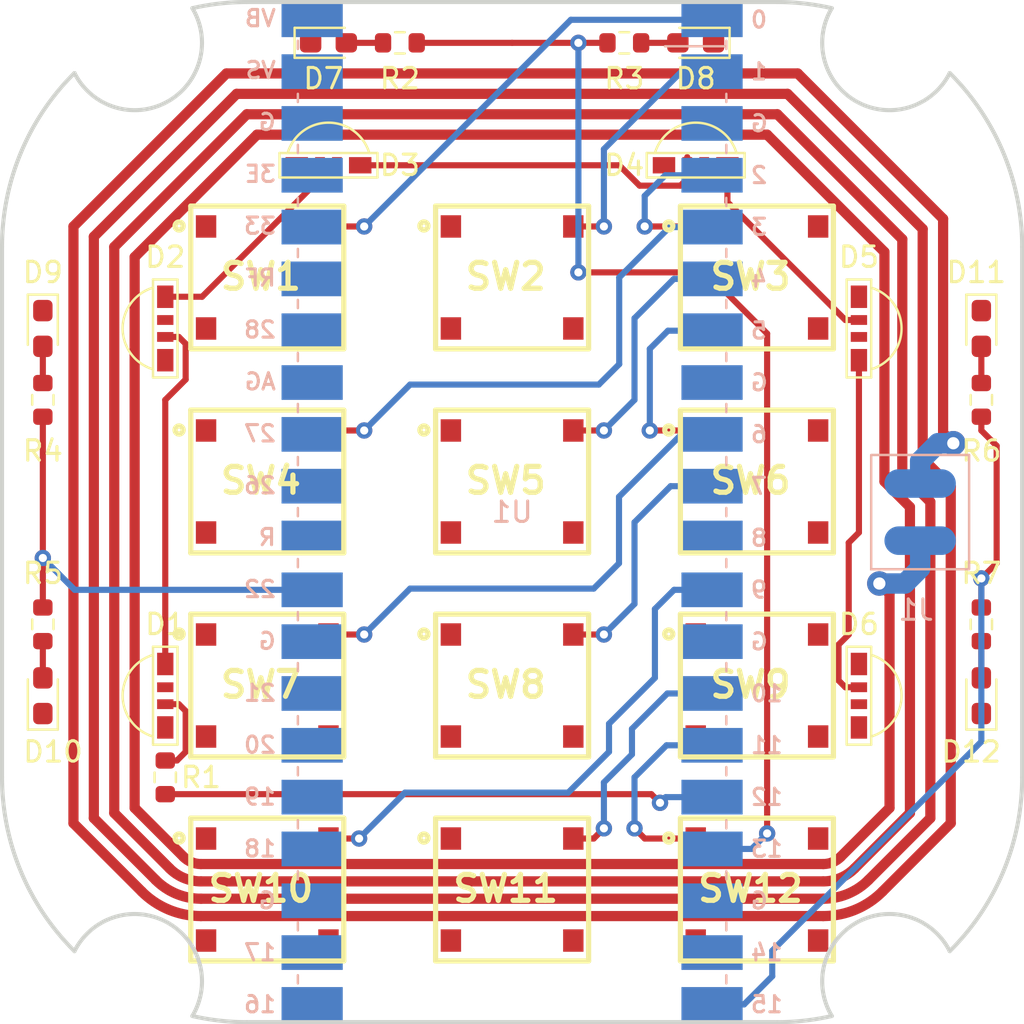
<source format=kicad_pcb>
(kicad_pcb (version 20221018) (generator pcbnew)
  (title_block (title "Teeny Controller for IIDX"))
  (layers (0 "F.Cu" signal) (31 "B.Cu" signal) (34 "B.Paste" user) (35 "F.Paste" user) (36 "B.SilkS" user "B.Silkscreen") (37 "F.SilkS" user "F.Silkscreen") (38 "B.Mask" user) (39 "F.Mask" user) (44 "Edge.Cuts" user))
  (net 0 "")
  (net 1 "+5V")
  (net 2 "GND")
  (net 3 "+3V3")
  (net 4 "Net-(D7-A)")
  (net 5 "Net-(D1-In)")
  (net 6 "Net-(D1-Out)")
  (net 7 "Net-(D8-A)")
  (net 8 "Net-(D9-A)")
  (net 9 "Net-(D2-Out)")
  (net 10 "Net-(D10-A)")
  (net 11 "Net-(D11-A)")
  (net 12 "Net-(D3-Out)")
  (net 13 "Net-(D12-A)")
  (net 14 "Net-(D4-Out)")
  (net 15 "Net-(U1-GPIO12)")
  (net 16 "Net-(D5-Out)")
  (net 17 "Net-(U1-GPIO22)")
  (net 19 "Net-(U1-GPIO15)")
  (net 23 "Net-(U1-GPIO13)")
  (net 24 "Net-(U1-GPIO0)")
  (net 29 "Net-(U1-GPIO1)")
  (net 30 "Net-(U1-GPIO2)")
  (net 41 "Net-(U1-GPIO3)")
  (net 42 "Net-(U1-GPIO4)")
  (net 44 "Net-(U1-GPIO5)")
  (net 47 "Net-(U1-GPIO6)")
  (net 48 "Net-(U1-GPIO7)")
  (net 49 "Net-(U1-GPIO8)")
  (net 52 "Net-(U1-GPIO9)")
  (net 53 "Net-(U1-GPIO10)")
  (net 54 "Net-(U1-GPIO11)")
  (net 71 "/ANT")
  (footprint "aic_pico:SKRR" (layer "F.Cu") (at 147.32 131.9)
    (fp_text reference "SW12" (at -0.315 -0.046) (layer "F.SilkS") (effects (font (size 1.27 1.27) (thickness 0.254))))
    (fp_text value "SKRR_4pin" hide)
    (pad "1" smd rect (at -3 -2.5) (size 1 1.1) (layers "F.Cu" "F.Paste" "F.Mask") (net 54 "Net-(U1-GPIO11)"))
    (pad "2" smd rect (at -3 2.5) (size 1 1.1) (layers "F.Cu" "F.Paste" "F.Mask") (net 2 "GND"))
    (pad "3" smd rect (at 3 -2.5) (size 1 1.1) (layers "F.Cu" "F.Paste" "F.Mask"))
    (pad "4" smd rect (at 3 2.5) (size 1 1.1) (layers "F.Cu" "F.Paste" "F.Mask"))
  )
  (footprint "aic_pico:WS2812B-1204" (layer "F.Cu") (at 144.32 96.4 180)
    (fp_text reference "D4" (at 3.5 0) (layer "F.SilkS"))
    (fp_text value "WS2812B_Unified" hide)
    (pad "G" smd rect (at 1.555 0 180) (size 1.1 0.8) (layers "F.Cu" "F.Paste" "F.Mask") (net 2 "GND"))
    (pad "I" smd rect (at 0.415 0 180) (size 0.48 0.8) (layers "F.Cu" "F.Paste" "F.Mask") (net 12 "Net-(D3-Out)"))
    (pad "O" smd rect (at -1.555 0 180) (size 1.1 0.8) (layers "F.Cu" "F.Paste" "F.Mask") (net 14 "Net-(D4-Out)"))
    (pad "V" smd rect (at -0.415 0 180) (size 0.48 0.8) (layers "F.Cu" "F.Paste" "F.Mask") (net 1 "+5V"))
  )
  (footprint "aic_pico:SKRR" (layer "F.Cu") (at 123.32 101.9)
    (fp_text reference "SW1" (at -0.315 -0.046) (layer "F.SilkS") (effects (font (size 1.27 1.27) (thickness 0.254))))
    (fp_text value "SKRR_4pin" hide)
    (pad "1" smd rect (at -3 -2.5) (size 1 1.1) (layers "F.Cu" "F.Paste" "F.Mask"))
    (pad "2" smd rect (at -3 2.5) (size 1 1.1) (layers "F.Cu" "F.Paste" "F.Mask"))
    (pad "3" smd rect (at 3 -2.5) (size 1 1.1) (layers "F.Cu" "F.Paste" "F.Mask") (net 24 "Net-(U1-GPIO0)"))
    (pad "4" smd rect (at 3 2.5) (size 1 1.1) (layers "F.Cu" "F.Paste" "F.Mask") (net 2 "GND"))
  )
  (footprint "aic_pico:SKRR" (layer "F.Cu") (at 135.32 101.9)
    (fp_text reference "SW2" (at -0.315 -0.046) (layer "F.SilkS") (effects (font (size 1.27 1.27) (thickness 0.254))))
    (fp_text value "SKRR_4pin" hide)
    (pad "1" smd rect (at -3 -2.5) (size 1 1.1) (layers "F.Cu" "F.Paste" "F.Mask"))
    (pad "2" smd rect (at -3 2.5) (size 1 1.1) (layers "F.Cu" "F.Paste" "F.Mask"))
    (pad "3" smd rect (at 3 -2.5) (size 1 1.1) (layers "F.Cu" "F.Paste" "F.Mask") (net 29 "Net-(U1-GPIO1)"))
    (pad "4" smd rect (at 3 2.5) (size 1 1.1) (layers "F.Cu" "F.Paste" "F.Mask") (net 2 "GND"))
  )
  (footprint "LED_SMD:LED_0603_1608Metric_Pad1.05x0.95mm_HandSolder" (layer "F.Cu") (at 126.32 90.4)
    (fp_text reference "D7" (at -0.25 1.75) (layer "F.SilkS"))
    (fp_text value "LED" hide)
    (pad "1" smd roundrect (at -0.875 0) (size 1.05 0.95) (layers "F.Cu" "F.Paste" "F.Mask") (net 2 "GND"))
    (pad "2" smd roundrect (at 0.875 0) (size 1.05 0.95) (layers "F.Cu" "F.Paste" "F.Mask") (net 4 "Net-(D7-A)"))
  )
  (footprint "aic_pico:WS2812B-1204" (layer "F.Cu") (at 152.32 104.4 90)
    (fp_text reference "D5" (at 3.5 0 180) (layer "F.SilkS"))
    (fp_text value "WS2812B_Unified" hide)
    (pad "G" smd rect (at 1.555 0 90) (size 1.1 0.8) (layers "F.Cu" "F.Paste" "F.Mask") (net 2 "GND"))
    (pad "I" smd rect (at 0.415 0 90) (size 0.48 0.8) (layers "F.Cu" "F.Paste" "F.Mask") (net 14 "Net-(D4-Out)"))
    (pad "O" smd rect (at -1.555 0 90) (size 1.1 0.8) (layers "F.Cu" "F.Paste" "F.Mask") (net 16 "Net-(D5-Out)"))
    (pad "V" smd rect (at -0.415 0 90) (size 0.48 0.8) (layers "F.Cu" "F.Paste" "F.Mask") (net 1 "+5V"))
  )
  (footprint "aic_pico:SKRR" (layer "F.Cu") (at 135.32 121.9)
    (fp_text reference "SW8" (at -0.315 -0.046) (layer "F.SilkS") (effects (font (size 1.27 1.27) (thickness 0.254))))
    (fp_text value "SKRR_4pin" hide)
    (pad "1" smd rect (at -3 -2.5) (size 1 1.1) (layers "F.Cu" "F.Paste" "F.Mask"))
    (pad "2" smd rect (at -3 2.5) (size 1 1.1) (layers "F.Cu" "F.Paste" "F.Mask"))
    (pad "3" smd rect (at 3 -2.5) (size 1 1.1) (layers "F.Cu" "F.Paste" "F.Mask") (net 48 "Net-(U1-GPIO7)"))
    (pad "4" smd rect (at 3 2.5) (size 1 1.1) (layers "F.Cu" "F.Paste" "F.Mask") (net 2 "GND"))
  )
  (footprint "aic_pico:WS2812B-1204" (layer "F.Cu") (at 126.32 96.4 180)
    (fp_text reference "D3" (at -3.5 0) (layer "F.SilkS"))
    (fp_text value "WS2812B_Unified" hide)
    (pad "G" smd rect (at 1.555 0 180) (size 1.1 0.8) (layers "F.Cu" "F.Paste" "F.Mask") (net 2 "GND"))
    (pad "I" smd rect (at 0.415 0 180) (size 0.48 0.8) (layers "F.Cu" "F.Paste" "F.Mask") (net 9 "Net-(D2-Out)"))
    (pad "O" smd rect (at -1.555 0 180) (size 1.1 0.8) (layers "F.Cu" "F.Paste" "F.Mask") (net 12 "Net-(D3-Out)"))
    (pad "V" smd rect (at -0.415 0 180) (size 0.48 0.8) (layers "F.Cu" "F.Paste" "F.Mask") (net 1 "+5V"))
  )
  (footprint "Resistor_SMD:R_0603_1608Metric" (layer "F.Cu") (at 140.82 90.4 180)
    (fp_text reference "R3" (at 0 -1.75) (layer "F.SilkS"))
    (fp_text value "1k" hide)
    (pad "1" smd roundrect (at -0.825 0 180) (size 0.8 0.95) (layers "F.Cu" "F.Paste" "F.Mask") (net 7 "Net-(D8-A)"))
    (pad "2" smd roundrect (at 0.825 0 180) (size 0.8 0.95) (layers "F.Cu" "F.Paste" "F.Mask") (net 23 "Net-(U1-GPIO13)"))
  )
  (footprint "aic_pico:SKRR" (layer "F.Cu") (at 147.32 121.9)
    (fp_text reference "SW9" (at -0.315 -0.046) (layer "F.SilkS") (effects (font (size 1.27 1.27) (thickness 0.254))))
    (fp_text value "SKRR_4pin" hide)
    (pad "1" smd rect (at -3 -2.5) (size 1 1.1) (layers "F.Cu" "F.Paste" "F.Mask") (net 49 "Net-(U1-GPIO8)"))
    (pad "2" smd rect (at -3 2.5) (size 1 1.1) (layers "F.Cu" "F.Paste" "F.Mask") (net 2 "GND"))
    (pad "3" smd rect (at 3 -2.5) (size 1 1.1) (layers "F.Cu" "F.Paste" "F.Mask"))
    (pad "4" smd rect (at 3 2.5) (size 1 1.1) (layers "F.Cu" "F.Paste" "F.Mask"))
  )
  (footprint "aic_pico:SKRR" (layer "F.Cu") (at 135.32 131.9)
    (fp_text reference "SW11" (at -0.315 -0.046) (layer "F.SilkS") (effects (font (size 1.27 1.27) (thickness 0.254))))
    (fp_text value "SKRR_4pin" hide)
    (pad "1" smd rect (at -3 -2.5) (size 1 1.1) (layers "F.Cu" "F.Paste" "F.Mask"))
    (pad "2" smd rect (at -3 2.5) (size 1 1.1) (layers "F.Cu" "F.Paste" "F.Mask"))
    (pad "3" smd rect (at 3 -2.5) (size 1 1.1) (layers "F.Cu" "F.Paste" "F.Mask") (net 53 "Net-(U1-GPIO10)"))
    (pad "4" smd rect (at 3 2.5) (size 1 1.1) (layers "F.Cu" "F.Paste" "F.Mask") (net 2 "GND"))
  )
  (footprint "Resistor_SMD:R_0603_1608Metric" (layer "F.Cu") (at 158.32 107.9 -90)
    (fp_text reference "R6" (at 2.5 0 -180) (layer "F.SilkS"))
    (fp_text value "1k" hide)
    (pad "1" smd roundrect (at -0.825 0 270) (size 0.8 0.95) (layers "F.Cu" "F.Paste" "F.Mask") (net 11 "Net-(D11-A)"))
    (pad "2" smd roundrect (at 0.825 0 270) (size 0.8 0.95) (layers "F.Cu" "F.Paste" "F.Mask") (net 19 "Net-(U1-GPIO15)"))
  )
  (footprint "aic_pico:SKRR" (layer "F.Cu") (at 123.32 121.9)
    (fp_text reference "SW7" (at -0.315 -0.046) (layer "F.SilkS") (effects (font (size 1.27 1.27) (thickness 0.254))))
    (fp_text value "SKRR_4pin" hide)
    (pad "1" smd rect (at -3 -2.5) (size 1 1.1) (layers "F.Cu" "F.Paste" "F.Mask"))
    (pad "2" smd rect (at -3 2.5) (size 1 1.1) (layers "F.Cu" "F.Paste" "F.Mask"))
    (pad "3" smd rect (at 3 -2.5) (size 1 1.1) (layers "F.Cu" "F.Paste" "F.Mask") (net 47 "Net-(U1-GPIO6)"))
    (pad "4" smd rect (at 3 2.5) (size 1 1.1) (layers "F.Cu" "F.Paste" "F.Mask") (net 2 "GND"))
  )
  (footprint "aic_pico:WS2812B-1204" (layer "F.Cu") (at 118.32 122.4 -90)
    (fp_text reference "D1" (at -3.5 0 -180) (layer "F.SilkS"))
    (fp_text value "WS2812B_Unified" hide)
    (pad "G" smd rect (at 1.555 0 270) (size 1.1 0.8) (layers "F.Cu" "F.Paste" "F.Mask") (net 2 "GND"))
    (pad "I" smd rect (at 0.415 0 270) (size 0.48 0.8) (layers "F.Cu" "F.Paste" "F.Mask") (net 5 "Net-(D1-In)"))
    (pad "O" smd rect (at -1.555 0 270) (size 1.1 0.8) (layers "F.Cu" "F.Paste" "F.Mask") (net 6 "Net-(D1-Out)"))
    (pad "V" smd rect (at -0.415 0 270) (size 0.48 0.8) (layers "F.Cu" "F.Paste" "F.Mask") (net 1 "+5V"))
  )
  (footprint "Resistor_SMD:R_0603_1608Metric" (layer "F.Cu") (at 112.32 107.9 -90)
    (fp_text reference "R4" (at 2.5 0 -180) (layer "F.SilkS"))
    (fp_text value "1k" hide)
    (pad "1" smd roundrect (at -0.825 0 270) (size 0.8 0.95) (layers "F.Cu" "F.Paste" "F.Mask") (net 8 "Net-(D9-A)"))
    (pad "2" smd roundrect (at 0.825 0 270) (size 0.8 0.95) (layers "F.Cu" "F.Paste" "F.Mask") (net 17 "Net-(U1-GPIO22)"))
  )
  (footprint "Resistor_SMD:R_0603_1608Metric" (layer "F.Cu") (at 158.32 118.9 90)
    (fp_text reference "R7" (at 2.5 0 180) (layer "F.SilkS"))
    (fp_text value "1k" hide)
    (pad "1" smd roundrect (at -0.825 0 90) (size 0.8 0.95) (layers "F.Cu" "F.Paste" "F.Mask") (net 13 "Net-(D12-A)"))
    (pad "2" smd roundrect (at 0.825 0 90) (size 0.8 0.95) (layers "F.Cu" "F.Paste" "F.Mask") (net 19 "Net-(U1-GPIO15)"))
  )
  (footprint "LED_SMD:LED_0603_1608Metric_Pad1.05x0.95mm_HandSolder" (layer "F.Cu") (at 158.32 122.4 90)
    (fp_text reference "D12" (at -2.75 -0.5 180) (layer "F.SilkS"))
    (fp_text value "LED" hide)
    (pad "1" smd roundrect (at -0.875 0 90) (size 1.05 0.95) (layers "F.Cu" "F.Paste" "F.Mask") (net 2 "GND"))
    (pad "2" smd roundrect (at 0.875 0 90) (size 1.05 0.95) (layers "F.Cu" "F.Paste" "F.Mask") (net 13 "Net-(D12-A)"))
  )
  (footprint "LED_SMD:LED_0603_1608Metric_Pad1.05x0.95mm_HandSolder" (layer "F.Cu") (at 158.32 104.4 -90)
    (fp_text reference "D11" (at -2.75 0.25 -180) (layer "F.SilkS"))
    (fp_text value "LED" hide)
    (pad "1" smd roundrect (at -0.875 0 270) (size 1.05 0.95) (layers "F.Cu" "F.Paste" "F.Mask") (net 2 "GND"))
    (pad "2" smd roundrect (at 0.875 0 270) (size 1.05 0.95) (layers "F.Cu" "F.Paste" "F.Mask") (net 11 "Net-(D11-A)"))
  )
  (footprint "aic_pico:SKRR" (layer "F.Cu") (at 123.32 131.9)
    (fp_text reference "SW10" (at -0.315 -0.046) (layer "F.SilkS") (effects (font (size 1.27 1.27) (thickness 0.254))))
    (fp_text value "SKRR_4pin" hide)
    (pad "1" smd rect (at -3 -2.5) (size 1 1.1) (layers "F.Cu" "F.Paste" "F.Mask"))
    (pad "2" smd rect (at -3 2.5) (size 1 1.1) (layers "F.Cu" "F.Paste" "F.Mask"))
    (pad "3" smd rect (at 3 -2.5) (size 1 1.1) (layers "F.Cu" "F.Paste" "F.Mask") (net 52 "Net-(U1-GPIO9)"))
    (pad "4" smd rect (at 3 2.5) (size 1 1.1) (layers "F.Cu" "F.Paste" "F.Mask") (net 2 "GND"))
  )
  (footprint "LED_SMD:LED_0603_1608Metric_Pad1.05x0.95mm_HandSolder" (layer "F.Cu") (at 144.32 90.4 180)
    (fp_text reference "D8" (at 0 -1.75) (layer "F.SilkS"))
    (fp_text value "LED" hide)
    (pad "1" smd roundrect (at -0.875 0 180) (size 1.05 0.95) (layers "F.Cu" "F.Paste" "F.Mask") (net 2 "GND"))
    (pad "2" smd roundrect (at 0.875 0 180) (size 1.05 0.95) (layers "F.Cu" "F.Paste" "F.Mask") (net 7 "Net-(D8-A)"))
  )
  (footprint "Resistor_SMD:R_0603_1608Metric" (layer "F.Cu") (at 118.32 126.4 -90)
    (fp_text reference "R1" (at 0 -1.75 -180) (layer "F.SilkS"))
    (fp_text value "10" hide)
    (pad "1" smd roundrect (at -0.825 0 270) (size 0.8 0.95) (layers "F.Cu" "F.Paste" "F.Mask") (net 5 "Net-(D1-In)"))
    (pad "2" smd roundrect (at 0.825 0 270) (size 0.8 0.95) (layers "F.Cu" "F.Paste" "F.Mask") (net 15 "Net-(U1-GPIO12)"))
  )
  (footprint "aic_pico:SKRR" (layer "F.Cu") (at 147.32 101.9)
    (fp_text reference "SW3" (at -0.315 -0.046) (layer "F.SilkS") (effects (font (size 1.27 1.27) (thickness 0.254))))
    (fp_text value "SKRR_4pin" hide)
    (pad "1" smd rect (at -3 -2.5) (size 1 1.1) (layers "F.Cu" "F.Paste" "F.Mask") (net 30 "Net-(U1-GPIO2)"))
    (pad "2" smd rect (at -3 2.5) (size 1 1.1) (layers "F.Cu" "F.Paste" "F.Mask") (net 2 "GND"))
    (pad "3" smd rect (at 3 -2.5) (size 1 1.1) (layers "F.Cu" "F.Paste" "F.Mask"))
    (pad "4" smd rect (at 3 2.5) (size 1 1.1) (layers "F.Cu" "F.Paste" "F.Mask"))
  )
  (footprint "Resistor_SMD:R_0603_1608Metric" (layer "F.Cu") (at 112.32 118.9 90)
    (fp_text reference "R5" (at 2.5 0 180) (layer "F.SilkS"))
    (fp_text value "1k" hide)
    (pad "1" smd roundrect (at -0.825 0 90) (size 0.8 0.95) (layers "F.Cu" "F.Paste" "F.Mask") (net 10 "Net-(D10-A)"))
    (pad "2" smd roundrect (at 0.825 0 90) (size 0.8 0.95) (layers "F.Cu" "F.Paste" "F.Mask") (net 17 "Net-(U1-GPIO22)"))
  )
  (footprint "aic_pico:SKRR" (layer "F.Cu") (at 135.32 111.9)
    (fp_text reference "SW5" (at -0.315 -0.046) (layer "F.SilkS") (effects (font (size 1.27 1.27) (thickness 0.254))))
    (fp_text value "SKRR_4pin" hide)
    (pad "1" smd rect (at -3 -2.5) (size 1 1.1) (layers "F.Cu" "F.Paste" "F.Mask"))
    (pad "2" smd rect (at -3 2.5) (size 1 1.1) (layers "F.Cu" "F.Paste" "F.Mask"))
    (pad "3" smd rect (at 3 -2.5) (size 1 1.1) (layers "F.Cu" "F.Paste" "F.Mask") (net 42 "Net-(U1-GPIO4)"))
    (pad "4" smd rect (at 3 2.5) (size 1 1.1) (layers "F.Cu" "F.Paste" "F.Mask") (net 2 "GND"))
  )
  (footprint "Resistor_SMD:R_0603_1608Metric" (layer "F.Cu") (at 129.82 90.4)
    (fp_text reference "R2" (at 0 1.75) (layer "F.SilkS"))
    (fp_text value "1k" hide)
    (pad "1" smd roundrect (at -0.825 0) (size 0.8 0.95) (layers "F.Cu" "F.Paste" "F.Mask") (net 4 "Net-(D7-A)"))
    (pad "2" smd roundrect (at 0.825 0) (size 0.8 0.95) (layers "F.Cu" "F.Paste" "F.Mask") (net 23 "Net-(U1-GPIO13)"))
  )
  (footprint "aic_pico:SKRR" (layer "F.Cu") (at 147.32 111.9)
    (fp_text reference "SW6" (at -0.315 -0.046) (layer "F.SilkS") (effects (font (size 1.27 1.27) (thickness 0.254))))
    (fp_text value "SKRR_4pin" hide)
    (pad "1" smd rect (at -3 -2.5) (size 1 1.1) (layers "F.Cu" "F.Paste" "F.Mask") (net 44 "Net-(U1-GPIO5)"))
    (pad "2" smd rect (at -3 2.5) (size 1 1.1) (layers "F.Cu" "F.Paste" "F.Mask") (net 2 "GND"))
    (pad "3" smd rect (at 3 -2.5) (size 1 1.1) (layers "F.Cu" "F.Paste" "F.Mask"))
    (pad "4" smd rect (at 3 2.5) (size 1 1.1) (layers "F.Cu" "F.Paste" "F.Mask"))
  )
  (footprint "LED_SMD:LED_0603_1608Metric_Pad1.05x0.95mm_HandSolder" (layer "F.Cu") (at 112.32 122.4 90)
    (fp_text reference "D10" (at -2.75 0.5 180) (layer "F.SilkS"))
    (fp_text value "LED" hide)
    (pad "1" smd roundrect (at -0.875 0 90) (size 1.05 0.95) (layers "F.Cu" "F.Paste" "F.Mask") (net 2 "GND"))
    (pad "2" smd roundrect (at 0.875 0 90) (size 1.05 0.95) (layers "F.Cu" "F.Paste" "F.Mask") (net 10 "Net-(D10-A)"))
  )
  (footprint "aic_pico:WS2812B-1204" (layer "F.Cu") (at 152.32 122.4 90)
    (fp_text reference "D6" (at 3.5 0 180) (layer "F.SilkS"))
    (fp_text value "WS2812B_Unified" hide)
    (pad "G" smd rect (at 1.555 0 90) (size 1.1 0.8) (layers "F.Cu" "F.Paste" "F.Mask") (net 2 "GND"))
    (pad "I" smd rect (at 0.415 0 90) (size 0.48 0.8) (layers "F.Cu" "F.Paste" "F.Mask") (net 16 "Net-(D5-Out)"))
    (pad "O" smd rect (at -1.555 0 90) (size 1.1 0.8) (layers "F.Cu" "F.Paste" "F.Mask"))
    (pad "V" smd rect (at -0.415 0 90) (size 0.48 0.8) (layers "F.Cu" "F.Paste" "F.Mask") (net 1 "+5V"))
  )
  (footprint "aic_pico:SKRR" (layer "F.Cu") (at 123.32 111.9)
    (fp_text reference "SW4" (at -0.315 -0.046) (layer "F.SilkS") (effects (font (size 1.27 1.27) (thickness 0.254))))
    (fp_text value "SKRR_4pin" hide)
    (pad "1" smd rect (at -3 -2.5) (size 1 1.1) (layers "F.Cu" "F.Paste" "F.Mask"))
    (pad "2" smd rect (at -3 2.5) (size 1 1.1) (layers "F.Cu" "F.Paste" "F.Mask"))
    (pad "3" smd rect (at 3 -2.5) (size 1 1.1) (layers "F.Cu" "F.Paste" "F.Mask") (net 41 "Net-(U1-GPIO3)"))
    (pad "4" smd rect (at 3 2.5) (size 1 1.1) (layers "F.Cu" "F.Paste" "F.Mask") (net 2 "GND"))
  )
  (footprint "LED_SMD:LED_0603_1608Metric_Pad1.05x0.95mm_HandSolder" (layer "F.Cu") (at 112.32 104.4 -90)
    (fp_text reference "D9" (at -2.75 0 -180) (layer "F.SilkS"))
    (fp_text value "LED" hide)
    (pad "1" smd roundrect (at -0.875 0 270) (size 1.05 0.95) (layers "F.Cu" "F.Paste" "F.Mask") (net 2 "GND"))
    (pad "2" smd roundrect (at 0.875 0 270) (size 1.05 0.95) (layers "F.Cu" "F.Paste" "F.Mask") (net 8 "Net-(D9-A)"))
  )
  (footprint "aic_pico:WS2812B-1204" (layer "F.Cu") (at 118.32 104.4 -90)
    (fp_text reference "D2" (at -3.5 0 -180) (layer "F.SilkS"))
    (fp_text value "WS2812B_Unified" hide)
    (pad "G" smd rect (at 1.555 0 270) (size 1.1 0.8) (layers "F.Cu" "F.Paste" "F.Mask") (net 2 "GND"))
    (pad "I" smd rect (at 0.415 0 270) (size 0.48 0.8) (layers "F.Cu" "F.Paste" "F.Mask") (net 6 "Net-(D1-Out)"))
    (pad "O" smd rect (at -1.555 0 270) (size 1.1 0.8) (layers "F.Cu" "F.Paste" "F.Mask") (net 9 "Net-(D2-Out)"))
    (pad "V" smd rect (at -0.415 0 270) (size 0.48 0.8) (layers "F.Cu" "F.Paste" "F.Mask") (net 1 "+5V"))
  )
  (footprint "aic_pico:RPi_Pico_SMD_No_USB" (layer "B.Cu") (at 135.32 113.4 180)
    (fp_text reference "U1" (at 0 0) (layer "B.SilkS") (effects (justify mirror)))
    (fp_text value "Pico_Trim")
    (fp_text user "16" (at 12.361905 -24.13) (layer "B.SilkS") (effects (font (size 0.8 0.8)) (justify mirror)))
    (fp_text user "8" (at -12.1 -1.27) (layer "B.SilkS") (effects (font (size 0.8 0.8)) (justify mirror)))
    (fp_text user "AG" (at 12.342857 6.394212) (layer "B.SilkS") (effects (font (size 0.8 0.8)) (justify mirror)))
    (fp_text user "G" (at -12.119047 -6.35) (layer "B.SilkS") (effects (font (size 0.8 0.8)) (justify mirror)))
    (fp_text user "9" (at -12.1 -3.81) (layer "B.SilkS") (effects (font (size 0.8 0.8)) (justify mirror)))
    (fp_text user "RF" (at 12.342857 11.48158) (layer "B.SilkS") (effects (font (size 0.8 0.8)) (justify mirror)))
    (fp_text user "15" (at -12.480952 -24.13) (layer "B.SilkS") (effects (font (size 0.8 0.8)) (justify mirror)))
    (fp_text user "27" (at 12.361905 3.850528) (layer "B.SilkS") (effects (font (size 0.8 0.8)) (justify mirror)))
    (fp_text user "20" (at 12.361905 -11.411576) (layer "B.SilkS") (effects (font (size 0.8 0.8)) (justify mirror)))
    (fp_text user "5" (at -12.1 8.89) (layer "B.SilkS") (effects (font (size 0.8 0.8)) (justify mirror)))
    (fp_text user "3E" (at 12.342857 16.568948) (layer "B.SilkS") (effects (font (size 0.8 0.8)) (justify mirror)))
    (fp_text user "10" (at -12.480952 -8.89) (layer "B.SilkS") (effects (font (size 0.8 0.8)) (justify mirror)))
    (fp_text user "28" (at 12.361905 8.937896) (layer "B.SilkS") (effects (font (size 0.8 0.8)) (justify mirror)))
    (fp_text user "21" (at 12.361905 -8.867892) (layer "B.SilkS") (effects (font (size 0.8 0.8)) (justify mirror)))
    (fp_text user "G" (at 12 -6.324208) (layer "B.SilkS") (effects (font (size 0.8 0.8)) (justify mirror)))
    (fp_text user "2" (at -12.1 16.51) (layer "B.SilkS") (effects (font (size 0.8 0.8)) (justify mirror)))
    (fp_text user "19" (at 12.361905 -13.95526) (layer "B.SilkS") (effects (font (size 0.8 0.8)) (justify mirror)))
    (fp_text user "3" (at -12.1 13.97) (layer "B.SilkS") (effects (font (size 0.8 0.8)) (justify mirror)))
    (fp_text user "6" (at -12.1 3.81) (layer "B.SilkS") (effects (font (size 0.8 0.8)) (justify mirror)))
    (fp_text user "22" (at 12.361905 -3.780524) (layer "B.SilkS") (effects (font (size 0.8 0.8)) (justify mirror)))
    (fp_text user "11" (at -12.480952 -11.43) (layer "B.SilkS") (effects (font (size 0.8 0.8)) (justify mirror)))
    (fp_text user "0" (at -12.1 24.13) (layer "B.SilkS") (effects (font (size 0.8 0.8)) (justify mirror)))
    (fp_text user "13" (at -12.480952 -16.51) (layer "B.SilkS") (effects (font (size 0.8 0.8)) (justify mirror)))
    (fp_text user "26" (at 12.361905 1.306844) (layer "B.SilkS") (effects (font (size 0.8 0.8)) (justify mirror)))
    (fp_text user "7" (at -12.1 1.27) (layer "B.SilkS") (effects (font (size 0.8 0.8)) (justify mirror)))
    (fp_text user "12" (at -12.480952 -13.97) (layer "B.SilkS") (effects (font (size 0.8 0.8)) (justify mirror)))
    (fp_text user "G" (at 12 19.112632) (layer "B.SilkS") (effects (font (size 0.8 0.8)) (justify mirror)))
    (fp_text user "VB" (at 12.342857 24.2) (layer "B.SilkS") (effects (font (size 0.8 0.8)) (justify mirror)))
    (fp_text user "G" (at -12.119047 -19.05) (layer "B.SilkS") (effects (font (size 0.8 0.8)) (justify mirror)))
    (fp_text user "G" (at -12.119047 19.05) (layer "B.SilkS") (effects (font (size 0.8 0.8)) (justify mirror)))
    (fp_text user "G" (at -12.119047 6.35) (layer "B.SilkS") (effects (font (size 0.8 0.8)) (justify mirror)))
    (fp_text user "G" (at 12 -19.042628) (layer "B.SilkS") (effects (font (size 0.8 0.8)) (justify mirror)))
    (fp_text user "14" (at -12.480952 -21.59) (layer "B.SilkS") (effects (font (size 0.8 0.8)) (justify mirror)))
    (fp_text user "4" (at -12.1 11.43) (layer "B.SilkS") (effects (font (size 0.8 0.8)) (justify mirror)))
    (fp_text user "1" (at -12.1 21.59) (layer "B.SilkS") (effects (font (size 0.8 0.8)) (justify mirror)))
    (fp_text user "VS" (at 12.323809 21.656316) (layer "B.SilkS") (effects (font (size 0.8 0.8)) (justify mirror)))
    (fp_text user "17" (at 12.361905 -21.586312) (layer "B.SilkS") (effects (font (size 0.8 0.8)) (justify mirror)))
    (fp_text user "R" (at 12 -1.23684) (layer "B.SilkS") (effects (font (size 0.8 0.8)) (justify mirror)))
    (fp_text user "33" (at 12.361905 14.025264) (layer "B.SilkS") (effects (font (size 0.8 0.8)) (justify mirror)))
    (fp_text user "18" (at 12.361905 -16.498944) (layer "B.SilkS") (effects (font (size 0.8 0.8)) (justify mirror)))
    (pad "1" smd rect (at -9.8 24.13 180) (size 3 1.7) (layers "B.Cu" "B.Mask") (net 24 "Net-(U1-GPIO0)"))
    (pad "2" smd rect (at -9.8 21.59 180) (size 3 1.7) (layers "B.Cu" "B.Mask") (net 29 "Net-(U1-GPIO1)"))
    (pad "3" smd rect (at -9.8 19.05 180) (size 3 1.7) (layers "B.Cu" "B.Mask") (net 2 "GND"))
    (pad "4" smd rect (at -9.8 16.51 180) (size 3 1.7) (layers "B.Cu" "B.Mask") (net 30 "Net-(U1-GPIO2)"))
    (pad "5" smd rect (at -9.8 13.97 180) (size 3 1.7) (layers "B.Cu" "B.Mask") (net 41 "Net-(U1-GPIO3)"))
    (pad "6" smd rect (at -9.8 11.43 180) (size 3 1.7) (layers "B.Cu" "B.Mask") (net 42 "Net-(U1-GPIO4)"))
    (pad "7" smd rect (at -9.8 8.89 180) (size 3 1.7) (layers "B.Cu" "B.Mask") (net 44 "Net-(U1-GPIO5)"))
    (pad "8" smd rect (at -9.8 6.35 180) (size 3 1.7) (layers "B.Cu" "B.Mask") (net 2 "GND"))
    (pad "9" smd rect (at -9.8 3.81 180) (size 3 1.7) (layers "B.Cu" "B.Mask") (net 47 "Net-(U1-GPIO6)"))
    (pad "10" smd rect (at -9.8 1.27 180) (size 3 1.7) (layers "B.Cu" "B.Mask") (net 48 "Net-(U1-GPIO7)"))
    (pad "11" smd rect (at -9.8 -1.27 180) (size 3 1.7) (layers "B.Cu" "B.Mask") (net 49 "Net-(U1-GPIO8)"))
    (pad "12" smd rect (at -9.8 -3.81 180) (size 3 1.7) (layers "B.Cu" "B.Mask") (net 52 "Net-(U1-GPIO9)"))
    (pad "13" smd rect (at -9.8 -6.35 180) (size 3 1.7) (layers "B.Cu" "B.Mask") (net 2 "GND"))
    (pad "14" smd rect (at -9.8 -8.89 180) (size 3 1.7) (layers "B.Cu" "B.Mask") (net 53 "Net-(U1-GPIO10)"))
    (pad "15" smd rect (at -9.8 -11.43 180) (size 3 1.7) (layers "B.Cu" "B.Mask") (net 54 "Net-(U1-GPIO11)"))
    (pad "16" smd rect (at -9.8 -13.97 180) (size 3 1.7) (layers "B.Cu" "B.Mask") (net 15 "Net-(U1-GPIO12)"))
    (pad "17" smd rect (at -9.8 -16.51 180) (size 3 1.7) (layers "B.Cu" "B.Mask") (net 23 "Net-(U1-GPIO13)"))
    (pad "18" smd rect (at -9.8 -19.05 180) (size 3 1.7) (layers "B.Cu" "B.Mask") (net 2 "GND"))
    (pad "19" smd rect (at -9.8 -21.59 180) (size 3 1.7) (layers "B.Cu" "B.Mask"))
    (pad "20" smd rect (at -9.8 -24.13 180) (size 3 1.7) (layers "B.Cu" "B.Mask") (net 19 "Net-(U1-GPIO15)"))
    (pad "21" smd rect (at 9.8 -24.13 180) (size 3 1.7) (layers "B.Cu" "B.Mask"))
    (pad "22" smd rect (at 9.8 -21.59 180) (size 3 1.7) (layers "B.Cu" "B.Mask"))
    (pad "23" smd rect (at 9.8 -19.05 180) (size 3 1.7) (layers "B.Cu" "B.Mask") (net 2 "GND"))
    (pad "24" smd rect (at 9.8 -16.51 180) (size 3 1.7) (layers "B.Cu" "B.Mask"))
    (pad "25" smd rect (at 9.8 -13.97 180) (size 3 1.7) (layers "B.Cu" "B.Mask"))
    (pad "26" smd rect (at 9.8 -11.43 180) (size 3 1.7) (layers "B.Cu" "B.Mask"))
    (pad "27" smd rect (at 9.8 -8.89 180) (size 3 1.7) (layers "B.Cu" "B.Mask"))
    (pad "28" smd rect (at 9.8 -6.35 180) (size 3 1.7) (layers "B.Cu" "B.Mask") (net 2 "GND"))
    (pad "29" smd rect (at 9.8 -3.81 180) (size 3 1.7) (layers "B.Cu" "B.Mask") (net 17 "Net-(U1-GPIO22)"))
    (pad "30" smd rect (at 9.8 -1.27 180) (size 3 1.7) (layers "B.Cu" "B.Mask"))
    (pad "31" smd rect (at 9.8 1.27 180) (size 3 1.7) (layers "B.Cu" "B.Mask"))
    (pad "32" smd rect (at 9.8 3.81 180) (size 3 1.7) (layers "B.Cu" "B.Mask"))
    (pad "33" smd rect (at 9.8 6.35 180) (size 3 1.7) (layers "B.Cu" "B.Mask") (net 2 "GND"))
    (pad "34" smd rect (at 9.8 8.89 180) (size 3 1.7) (layers "B.Cu" "B.Mask"))
    (pad "35" smd rect (at 9.8 11.43 180) (size 3 1.7) (layers "B.Cu" "B.Mask"))
    (pad "36" smd rect (at 9.8 13.97 180) (size 3 1.7) (layers "B.Cu" "B.Mask") (net 3 "+3V3"))
    (pad "37" smd rect (at 9.8 16.51 180) (size 3 1.7) (layers "B.Cu" "B.Mask"))
    (pad "38" smd rect (at 9.8 19.05 180) (size 3 1.7) (layers "B.Cu" "B.Mask") (net 2 "GND"))
    (pad "39" smd rect (at 9.8 21.59 180) (size 3 1.7) (layers "B.Cu" "B.Mask") (net 1 "+5V"))
    (pad "40" smd rect (at 9.8 24.13 180) (size 3 1.7) (layers "B.Cu" "B.Mask"))
  )
  (footprint "aic_pico:ANT_2P" (layer "B.Cu") (at 155.32 113.4)
    (fp_text reference "J1" (at -0.2 4.8) (layer "B.SilkS") (effects (justify mirror)))
    (fp_text value "Conn_01x02_Female" hide)
    (pad "1" smd oval (at 0 1.4) (size 3.5 1.4) (layers "B.Cu" "B.Paste" "B.Mask") (net 71 "/ANT"))
    (pad "2" smd oval (at 0 -1.4) (size 3.5 1.4) (layers "B.Cu" "B.Paste" "B.Mask") (net 71 "/ANT"))
  )
  (gr_line (start 148.32 138.399999) (end 122.32 138.399999) (stroke (width 0.2)) (layer "Edge.Cuts"))
  (gr_line (start 160.32 126.399999) (end 160.32 100.399999) (stroke (width 0.2)) (layer "Edge.Cuts"))
  (gr_arc (start 119.649044 88.701025) (mid 118.410332 93.29151) (end 113.870189 91.879395) (stroke (width 0.2)) (layer "Edge.Cuts"))
  (gr_arc (start 150.990956 138.098973) (mid 152.229668 133.508486) (end 156.769811 134.920603) (stroke (width 0.2)) (layer "Edge.Cuts"))
  (gr_arc (start 110.32 100.399999) (mid 111.243048 95.784684) (end 113.870189 91.879395) (stroke (width 0.2)) (layer "Edge.Cuts"))
  (gr_arc (start 113.870189 134.920603) (mid 111.243048 131.015314) (end 110.32 126.399999) (stroke (width 0.2)) (layer "Edge.Cuts"))
  (gr_arc (start 122.32 138.399999) (mid 120.976067 138.324505) (end 119.649044 138.098973) (stroke (width 0.2)) (layer "Edge.Cuts"))
  (gr_arc (start 156.769811 91.879395) (mid 159.396952 95.784684) (end 160.32 100.399999) (stroke (width 0.2)) (layer "Edge.Cuts"))
  (gr_arc (start 160.32 126.399999) (mid 159.396952 131.015314) (end 156.769811 134.920603) (stroke (width 0.2)) (layer "Edge.Cuts"))
  (gr_arc (start 156.769811 91.879395) (mid 152.229668 93.291511) (end 150.990956 88.701025) (stroke (width 0.2)) (layer "Edge.Cuts"))
  (gr_arc (start 150.990956 138.098973) (mid 149.663933 138.324505) (end 148.32 138.399999) (stroke (width 0.2)) (layer "Edge.Cuts"))
  (gr_arc (start 113.870189 134.920603) (mid 118.410332 133.508487) (end 119.649044 138.098973) (stroke (width 0.2)) (layer "Edge.Cuts"))
  (gr_line (start 148.32 88.399999) (end 122.32 88.399999) (stroke (width 0.2)) (layer "Edge.Cuts"))
  (gr_line (start 110.32 126.399999) (end 110.32 100.399999) (stroke (width 0.2)) (layer "Edge.Cuts"))
  (gr_arc (start 148.32 88.399999) (mid 149.663933 88.475493) (end 150.990956 88.701025) (stroke (width 0.2)) (layer "Edge.Cuts"))
  (gr_arc (start 119.649044 88.701025) (mid 120.976067 88.475493) (end 122.32 88.399999) (stroke (width 0.2)) (layer "Edge.Cuts"))
  (segment (start 128.995 90.4) (end 127.195 90.4) (width 0.3) (layer "F.Cu") (net 4))
  (segment (start 118.985 122.815) (end 119.32 123.15) (width 0.3) (layer "F.Cu") (net 5))
  (segment (start 118.895 125.575) (end 118.32 125.575) (width 0.3) (layer "F.Cu") (net 5))
  (segment (start 119.32 123.15) (end 119.32 125.15) (width 0.3) (layer "F.Cu") (net 5))
  (segment (start 119.32 125.15) (end 118.895 125.575) (width 0.3) (layer "F.Cu") (net 5))
  (segment (start 118.32 122.815) (end 118.985 122.815) (width 0.3) (layer "F.Cu") (net 5))
  (segment (start 118.32 120.845) (end 118.32 107.9) (width 0.3) (layer "F.Cu") (net 6))
  (segment (start 118.985 104.815) (end 119.32 105.15) (width 0.3) (layer "F.Cu") (net 6))
  (segment (start 119.32 106.9) (end 118.32 107.9) (width 0.3) (layer "F.Cu") (net 6))
  (segment (start 118.32 104.815) (end 118.985 104.815) (width 0.3) (layer "F.Cu") (net 6))
  (segment (start 119.32 105.15) (end 119.32 106.9) (width 0.3) (layer "F.Cu") (net 6))
  (segment (start 143.445 90.4) (end 141.645 90.4) (width 0.3) (layer "F.Cu") (net 7))
  (segment (start 112.32 105.275) (end 112.32 107.075) (width 0.3) (layer "F.Cu") (net 8))
  (segment (start 120.125 102.845) (end 125.905 97.065) (width 0.3) (layer "F.Cu") (net 9))
  (segment (start 118.32 102.845) (end 120.125 102.845) (width 0.3) (layer "F.Cu") (net 9))
  (segment (start 125.905 97.065) (end 125.905 96.4) (width 0.3) (layer "F.Cu") (net 9))
  (segment (start 112.32 119.725) (end 112.32 121.525) (width 0.3) (layer "F.Cu") (net 10))
  (segment (start 158.32 105.275) (end 158.32 107.075) (width 0.3) (layer "F.Cu") (net 11))
  (segment (start 143.905 97.065) (end 143.905 96.4) (width 0.3) (layer "F.Cu") (net 12))
  (segment (start 143.57 97.4) (end 143.905 97.065) (width 0.3) (layer "F.Cu") (net 12))
  (segment (start 141.57 97.4) (end 143.57 97.4) (width 0.3) (layer "F.Cu") (net 12))
  (segment (start 127.875 96.4) (end 140.57 96.4) (width 0.3) (layer "F.Cu") (net 12))
  (segment (start 140.57 96.4) (end 141.57 97.4) (width 0.3) (layer "F.Cu") (net 12))
  (segment (start 143.905 96) (end 143.905 96.4) (width 0.3) (layer "F.Cu") (net 12))
  (segment (start 158.32 119.725) (end 158.32 121.525) (width 0.3) (layer "F.Cu") (net 13))
  (segment (start 145.875 96.4) (end 145.875 98.205) (width 0.3) (layer "F.Cu") (net 14))
  (segment (start 151.655 103.985) (end 152.32 103.985) (width 0.3) (layer "F.Cu") (net 14))
  (segment (start 145.875 98.205) (end 151.655 103.985) (width 0.3) (layer "F.Cu") (net 14))
  (segment (start 142.145 127.225) (end 118.32 127.225) (width 0.3) (layer "F.Cu") (net 15))
  (segment (start 142.57 127.65) (end 142.145 127.225) (width 0.3) (layer "F.Cu") (net 15))
  (via (at 142.57 127.65) (size 0.8) (drill 0.4) (layers "F.Cu" "B.Cu") (net 15))
  (segment (start 142.57 127.65) (end 142.85 127.37) (width 0.3) (layer "B.Cu") (net 15))
  (segment (start 142.85 127.37) (end 145.12 127.37) (width 0.3) (layer "B.Cu") (net 15))
  (segment (start 151.82 119.4) (end 151.32 119.9) (width 0.3) (layer "F.Cu") (net 16))
  (segment (start 152.32 105.955) (end 152.32 114.4) (width 0.3) (layer "F.Cu") (net 16))
  (segment (start 151.655 121.985) (end 152.32 121.985) (width 0.3) (layer "F.Cu") (net 16))
  (segment (start 151.32 119.9) (end 151.32 121.65) (width 0.3) (layer "F.Cu") (net 16))
  (segment (start 152.32 114.4) (end 151.82 114.9) (width 0.3) (layer "F.Cu") (net 16))
  (segment (start 151.32 121.65) (end 151.655 121.985) (width 0.3) (layer "F.Cu") (net 16))
  (segment (start 151.82 114.9) (end 151.82 119.4) (width 0.3) (layer "F.Cu") (net 16))
  (segment (start 112.32 108.725) (end 112.32 115.65) (width 0.3) (layer "F.Cu") (net 17))
  (segment (start 112.32 115.65) (end 112.32 118.075) (width 0.3) (layer "F.Cu") (net 17))
  (via (at 112.32 115.65) (size 0.8) (drill 0.4) (layers "F.Cu" "B.Cu") (net 17))
  (segment (start 113.88 117.21) (end 112.32 115.65) (width 0.3) (layer "B.Cu") (net 17))
  (segment (start 125.52 117.21) (end 113.88 117.21) (width 0.3) (layer "B.Cu") (net 17))
  (segment (start 158.32 109.4) (end 158.32 108.725) (width 0.3) (layer "F.Cu") (net 19))
  (segment (start 159.07 110.15) (end 158.32 109.4) (width 0.3) (layer "F.Cu") (net 19))
  (segment (start 159.07 115.9) (end 159.07 110.15) (width 0.3) (layer "F.Cu") (net 19))
  (segment (start 158.32 116.65) (end 159.07 115.9) (width 0.3) (layer "F.Cu") (net 19))
  (segment (start 158.32 116.65) (end 158.32 118.075) (width 0.3) (layer "F.Cu") (net 19))
  (via (at 158.32 116.65) (size 0.8) (drill 0.4) (layers "F.Cu" "B.Cu") (net 19))
  (segment (start 145.12 137.53) (end 146.69 137.53) (width 0.3) (layer "B.Cu") (net 19))
  (segment (start 148.07 134.9) (end 158.32 124.65) (width 0.3) (layer "B.Cu") (net 19))
  (segment (start 148.07 136.15) (end 148.07 134.9) (width 0.3) (layer "B.Cu") (net 19))
  (segment (start 158.32 124.65) (end 158.32 116.65) (width 0.3) (layer "B.Cu") (net 19))
  (segment (start 146.69 137.53) (end 148.07 136.15) (width 0.3) (layer "B.Cu") (net 19))
  (segment (start 144.82 101.65) (end 138.57 101.65) (width 0.3) (layer "F.Cu") (net 23))
  (segment (start 147.82 104.65) (end 144.82 101.65) (width 0.3) (layer "F.Cu") (net 23))
  (segment (start 130.645 90.4) (end 135.32 90.4) (width 0.3) (layer "F.Cu") (net 23))
  (segment (start 138.57 90.4) (end 139.995 90.4) (width 0.3) (layer "F.Cu") (net 23))
  (segment (start 135.32 90.4) (end 138.57 90.4) (width 0.3) (layer "F.Cu") (net 23))
  (segment (start 147.82 129.15) (end 147.82 104.65) (width 0.3) (layer "F.Cu") (net 23))
  (via (at 147.82 129.15) (size 0.8) (drill 0.4) (layers "F.Cu" "B.Cu") (net 23))
  (via (at 138.57 101.65) (size 0.8) (drill 0.4) (layers "F.Cu" "B.Cu") (net 23))
  (via (at 138.57 90.4) (size 0.8) (drill 0.4) (layers "F.Cu" "B.Cu") (net 23))
  (segment (start 147.82 129.15) (end 147.06 129.91) (width 0.3) (layer "B.Cu") (net 23))
  (segment (start 147.06 129.91) (end 145.12 129.91) (width 0.3) (layer "B.Cu") (net 23))
  (segment (start 138.57 90.4) (end 138.57 101.65) (width 0.3) (layer "B.Cu") (net 23))
  (segment (start 128.07 99.4) (end 126.32 99.4) (width 0.3) (layer "F.Cu") (net 24))
  (via (at 128.07 99.4) (size 0.8) (drill 0.4) (layers "F.Cu" "B.Cu") (net 24))
  (segment (start 138.2 89.27) (end 128.07 99.4) (width 0.3) (layer "B.Cu") (net 24))
  (segment (start 145.12 89.27) (end 138.2 89.27) (width 0.3) (layer "B.Cu") (net 24))
  (segment (start 139.82 99.4) (end 138.32 99.4) (width 0.3) (layer "F.Cu") (net 29))
  (via (at 139.82 99.4) (size 0.8) (drill 0.4) (layers "F.Cu" "B.Cu") (net 29))
  (segment (start 145.12 91.81) (end 143.62 91.81) (width 0.3) (layer "B.Cu") (net 29))
  (segment (start 139.82 95.61) (end 139.82 99.4) (width 0.3) (layer "B.Cu") (net 29))
  (segment (start 143.62 91.81) (end 139.82 95.61) (width 0.3) (layer "B.Cu") (net 29))
  (segment (start 141.82 99.4) (end 144.32 99.4) (width 0.3) (layer "F.Cu") (net 30))
  (via (at 141.82 99.4) (size 0.8) (drill 0.4) (layers "F.Cu" "B.Cu") (net 30))
  (segment (start 141.82 97.9) (end 141.82 99.4) (width 0.3) (layer "B.Cu") (net 30))
  (segment (start 142.83 96.89) (end 141.82 97.9) (width 0.3) (layer "B.Cu") (net 30))
  (segment (start 145.12 96.89) (end 142.83 96.89) (width 0.3) (layer "B.Cu") (net 30))
  (segment (start 128.07 109.4) (end 126.32 109.4) (width 0.3) (layer "F.Cu") (net 41))
  (via (at 128.07 109.4) (size 0.8) (drill 0.4) (layers "F.Cu" "B.Cu") (net 41))
  (segment (start 145.12 99.43) (end 143.04 99.43) (width 0.3) (layer "B.Cu") (net 41))
  (segment (start 139.57 107.15) (end 130.32 107.15) (width 0.3) (layer "B.Cu") (net 41))
  (segment (start 140.57 106.15) (end 139.57 107.15) (width 0.3) (layer "B.Cu") (net 41))
  (segment (start 140.57 101.9) (end 140.57 106.15) (width 0.3) (layer "B.Cu") (net 41))
  (segment (start 143.04 99.43) (end 140.57 101.9) (width 0.3) (layer "B.Cu") (net 41))
  (segment (start 130.32 107.15) (end 128.07 109.4) (width 0.3) (layer "B.Cu") (net 41))
  (segment (start 139.82 109.4) (end 138.32 109.4) (width 0.3) (layer "F.Cu") (net 42))
  (via (at 139.82 109.4) (size 0.8) (drill 0.4) (layers "F.Cu" "B.Cu") (net 42))
  (segment (start 143.25 101.97) (end 141.32 103.9) (width 0.3) (layer "B.Cu") (net 42))
  (segment (start 145.12 101.97) (end 143.25 101.97) (width 0.3) (layer "B.Cu") (net 42))
  (segment (start 141.32 103.9) (end 141.32 107.9) (width 0.3) (layer "B.Cu") (net 42))
  (segment (start 141.32 107.9) (end 139.82 109.4) (width 0.3) (layer "B.Cu") (net 42))
  (segment (start 142.07 109.4) (end 144.32 109.4) (width 0.3) (layer "F.Cu") (net 44))
  (via (at 142.07 109.4) (size 0.8) (drill 0.4) (layers "F.Cu" "B.Cu") (net 44))
  (segment (start 142.96 104.51) (end 142.07 105.4) (width 0.3) (layer "B.Cu") (net 44))
  (segment (start 145.12 104.51) (end 142.96 104.51) (width 0.3) (layer "B.Cu") (net 44))
  (segment (start 142.07 105.4) (end 142.07 109.4) (width 0.3) (layer "B.Cu") (net 44))
  (segment (start 128.07 119.4) (end 126.32 119.4) (width 0.3) (layer "F.Cu") (net 47))
  (via (at 128.07 119.4) (size 0.8) (drill 0.4) (layers "F.Cu" "B.Cu") (net 47))
  (segment (start 145.12 109.59) (end 143.62 109.59) (width 0.3) (layer "B.Cu") (net 47))
  (segment (start 140.56 112.65) (end 140.56 115.91) (width 0.3) (layer "B.Cu") (net 47))
  (segment (start 139.32 117.15) (end 130.32 117.15) (width 0.3) (layer "B.Cu") (net 47))
  (segment (start 130.32 117.15) (end 128.07 119.4) (width 0.3) (layer "B.Cu") (net 47))
  (segment (start 143.62 109.59) (end 140.56 112.65) (width 0.3) (layer "B.Cu") (net 47))
  (segment (start 140.56 115.91) (end 139.32 117.15) (width 0.3) (layer "B.Cu") (net 47))
  (segment (start 139.82 119.4) (end 138.32 119.4) (width 0.3) (layer "F.Cu") (net 48))
  (via (at 139.82 119.4) (size 0.8) (drill 0.4) (layers "F.Cu" "B.Cu") (net 48))
  (segment (start 143.09 112.13) (end 141.32 113.9) (width 0.3) (layer "B.Cu") (net 48))
  (segment (start 141.32 117.9) (end 141.32 113.9) (width 0.3) (layer "B.Cu") (net 48))
  (segment (start 139.82 119.4) (end 141.32 117.9) (width 0.3) (layer "B.Cu") (net 48))
  (segment (start 145.12 112.13) (end 143.09 112.13) (width 0.3) (layer "B.Cu") (net 48))
  (segment (start 127.82 129.4) (end 126.32 129.4) (width 0.3) (layer "F.Cu") (net 52))
  (via (at 127.82 129.4) (size 0.8) (drill 0.4) (layers "F.Cu" "B.Cu") (net 52))
  (segment (start 140.07 123.775) (end 140.07 125.15) (width 0.3) (layer "B.Cu") (net 52))
  (segment (start 130.07 127.15) (end 127.82 129.4) (width 0.3) (layer "B.Cu") (net 52))
  (segment (start 138.07 127.15) (end 130.07 127.15) (width 0.3) (layer "B.Cu") (net 52))
  (segment (start 140.07 125.15) (end 138.07 127.15) (width 0.3) (layer "B.Cu") (net 52))
  (segment (start 145.12 117.21) (end 143.26 117.21) (width 0.3) (layer "B.Cu") (net 52))
  (segment (start 143.26 117.21) (end 142.32 118.15) (width 0.3) (layer "B.Cu") (net 52))
  (segment (start 142.32 121.525) (end 140.07 123.775) (width 0.3) (layer "B.Cu") (net 52))
  (segment (start 142.32 118.15) (end 142.32 121.525) (width 0.3) (layer "B.Cu") (net 52))
  (segment (start 139.82 128.9) (end 139.32 129.4) (width 0.3) (layer "F.Cu") (net 53))
  (segment (start 139.32 129.4) (end 138.32 129.4) (width 0.3) (layer "F.Cu") (net 53))
  (via (at 139.82 128.9) (size 0.8) (drill 0.4) (layers "F.Cu" "B.Cu") (net 53))
  (segment (start 141.195 124.025) (end 142.93 122.29) (width 0.3) (layer "B.Cu") (net 53))
  (segment (start 139.82 126.65) (end 141.195 125.275) (width 0.3) (layer "B.Cu") (net 53))
  (segment (start 139.82 128.9) (end 139.82 126.65) (width 0.3) (layer "B.Cu") (net 53))
  (segment (start 141.195 125.275) (end 141.195 124.025) (width 0.3) (layer "B.Cu") (net 53))
  (segment (start 142.93 122.29) (end 145.12 122.29) (width 0.3) (layer "B.Cu") (net 53))
  (segment (start 141.82 129.4) (end 144.32 129.4) (width 0.3) (layer "F.Cu") (net 54))
  (segment (start 141.32 128.9) (end 141.82 129.4) (width 0.3) (layer "F.Cu") (net 54))
  (via (at 141.32 128.9) (size 0.8) (drill 0.4) (layers "F.Cu" "B.Cu") (net 54))
  (segment (start 141.32 126.4) (end 142.89 124.83) (width 0.3) (layer "B.Cu") (net 54))
  (segment (start 141.32 128.9) (end 141.32 126.4) (width 0.3) (layer "B.Cu") (net 54))
  (segment (start 142.89 124.83) (end 145.12 124.83) (width 0.3) (layer "B.Cu") (net 54))
  (segment (start 113.82 128.65) (end 113.82 99.4) (width 0.5) (layer "F.Cu") (net 71))
  (segment (start 118.533604 130.863604) (end 115.82 128.15) (width 0.5) (layer "F.Cu") (net 71))
  (segment (start 155.445 99.525) (end 155.445 110.775) (width 0.5) (layer "F.Cu") (net 71))
  (segment (start 114.82 128.4) (end 114.82 99.9) (width 0.5) (layer "F.Cu") (net 71))
  (segment (start 153.57 111.9) (end 154.82 113.15) (width 0.5) (layer "F.Cu") (net 71))
  (segment (start 154.445 100.025) (end 154.445 111.525) (width 0.5) (layer "F.Cu") (net 71))
  (segment (start 122.82 94.9) (end 147.82 94.9) (width 0.5) (layer "F.Cu") (net 71))
  (segment (start 117.850761 131.430761) (end 114.82 128.4) (width 0.5) (layer "F.Cu") (net 71))
  (segment (start 150.57 131.5) (end 120.07 131.5) (width 0.5) (layer "F.Cu") (net 71))
  (segment (start 154.445 111.525) (end 155.82 112.9) (width 0.5) (layer "F.Cu") (net 71))
  (segment (start 156.82 112.15) (end 156.82 128.65) (width 0.5) (layer "F.Cu") (net 71))
  (segment (start 116.82 127.900001) (end 116.82 100.9) (width 0.5) (layer "F.Cu") (net 71))
  (segment (start 153.82 127.900001) (end 151.423555 130.296446) (width 0.5) (layer "F.Cu") (net 71))
  (segment (start 156.82 128.65) (end 153.472081 131.997919) (width 0.5) (layer "F.Cu") (net 71))
  (segment (start 153.57 100.65) (end 153.57 111.9) (width 0.5) (layer "F.Cu") (net 71))
  (segment (start 153.82 117.4) (end 153.82 127.900001) (width 0.5) (layer "F.Cu") (net 71))
  (segment (start 117.167919 131.997919) (end 113.82 128.65) (width 0.5) (layer "F.Cu") (net 71))
  (segment (start 113.82 99.4) (end 121.32 91.9) (width 0.5) (layer "F.Cu") (net 71))
  (segment (start 116.82 100.9) (end 122.82 94.9) (width 0.5) (layer "F.Cu") (net 71))
  (segment (start 148.82 92.9) (end 155.445 99.525) (width 0.5) (layer "F.Cu") (net 71))
  (segment (start 119.216446 130.296447) (end 116.82 127.900001) (width 0.5) (layer "F.Cu") (net 71))
  (segment (start 121.82 92.9) (end 148.82 92.9) (width 0.5) (layer "F.Cu") (net 71))
  (segment (start 155.82 128.4) (end 152.789239 131.430761) (width 0.5) (layer "F.Cu") (net 71))
  (segment (start 150.57 130.65) (end 120.07 130.65) (width 0.5) (layer "F.Cu") (net 71))
  (segment (start 153.32 116.9) (end 153.82 117.4) (width 0.5) (layer "F.Cu") (net 71))
  (segment (start 150.57 132.35) (end 120.07 132.35) (width 0.5) (layer "F.Cu") (net 71))
  (segment (start 156.445 109.525) (end 156.945 110.025) (width 0.5) (layer "F.Cu") (net 71))
  (segment (start 150.57 133.2) (end 120.07 133.2) (width 0.5) (layer "F.Cu") (net 71))
  (segment (start 154.82 128.15) (end 152.106396 130.863604) (width 0.5) (layer "F.Cu") (net 71))
  (segment (start 122.32 93.9) (end 148.32 93.9) (width 0.5) (layer "F.Cu") (net 71))
  (segment (start 154.82 113.15) (end 154.82 128.15) (width 0.5) (layer "F.Cu") (net 71))
  (segment (start 114.82 99.9) (end 121.82 92.9) (width 0.5) (layer "F.Cu") (net 71))
  (segment (start 147.82 94.9) (end 153.57 100.65) (width 0.5) (layer "F.Cu") (net 71))
  (segment (start 115.82 100.4) (end 122.32 93.9) (width 0.5) (layer "F.Cu") (net 71))
  (segment (start 149.32 91.9) (end 156.445 99.025) (width 0.5) (layer "F.Cu") (net 71))
  (segment (start 155.82 112.9) (end 155.82 128.4) (width 0.5) (layer "F.Cu") (net 71))
  (segment (start 148.32 93.9) (end 154.445 100.025) (width 0.5) (layer "F.Cu") (net 71))
  (segment (start 155.445 110.775) (end 156.82 112.15) (width 0.5) (layer "F.Cu") (net 71))
  (segment (start 156.445 99.025) (end 156.445 109.525) (width 0.5) (layer "F.Cu") (net 71))
  (segment (start 115.82 128.15) (end 115.82 100.4) (width 0.5) (layer "F.Cu") (net 71))
  (segment (start 121.32 91.9) (end 149.32 91.9) (width 0.5) (layer "F.Cu") (net 71))
  (via (at 156.945 110.025) (size 1.2) (drill 0.6) (layers "F.Cu" "B.Cu") (net 71))
  (via (at 153.32 116.9) (size 1.2) (drill 0.6) (layers "F.Cu" "B.Cu") (net 71))
  (arc (start 120.07 130.65) (mid 119.60806 130.558114) (end 119.216446 130.296447) (width 0.5) (layer "F.Cu") (net 71))
  (arc (start 153.472081 131.997919) (mid 152.140595 132.887589) (end 150.57 133.2) (width 0.5) (layer "F.Cu") (net 71))
  (arc (start 120.07 131.5) (mid 119.238508 131.334606) (end 118.533604 130.863604) (width 0.5) (layer "F.Cu") (net 71))
  (arc (start 152.789239 131.430761) (mid 151.771044 132.111098) (end 150.57 132.35) (width 0.5) (layer "F.Cu") (net 71))
  (arc (start 120.07 132.35) (mid 118.868956 132.111098) (end 117.850761 131.430761) (width 0.5) (layer "F.Cu") (net 71))
  (arc (start 152.106396 130.863604) (mid 151.401492 131.334606) (end 150.57 131.5) (width 0.5) (layer "F.Cu") (net 71))
  (arc (start 120.07 133.2) (mid 118.499405 132.887589) (end 117.167919 131.997919) (width 0.5) (layer "F.Cu") (net 71))
  (arc (start 151.423555 130.296446) (mid 151.031941 130.558114) (end 150.57 130.65) (width 0.5) (layer "F.Cu") (net 71))
  (segment (start 154.57 116.9) (end 155.32 116.15) (width 1) (layer "B.Cu") (net 71))
  (segment (start 153.32 116.9) (end 154.57 116.9) (width 1) (layer "B.Cu") (net 71))
  (segment (start 155.32 110.9) (end 155.32 112) (width 1) (layer "B.Cu") (net 71))
  (segment (start 155.32 116.15) (end 155.32 114.8) (width 1) (layer "B.Cu") (net 71))
  (segment (start 156.195 110.025) (end 155.32 110.9) (width 1) (layer "B.Cu") (net 71))
  (segment (start 156.945 110.025) (end 156.195 110.025) (width 1) (layer "B.Cu") (net 71))
)
</source>
